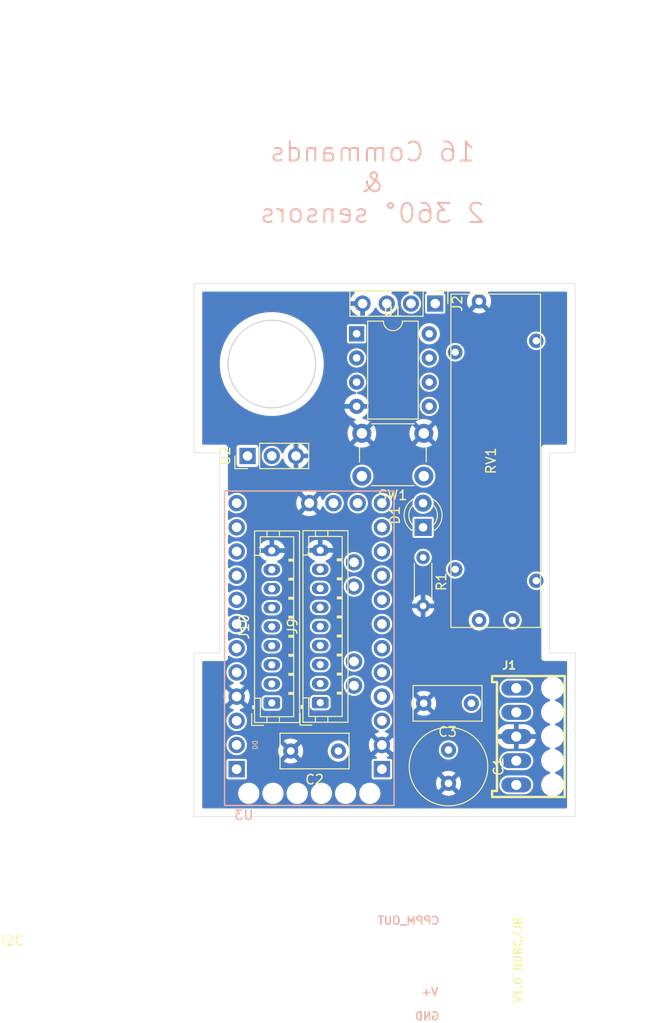
<source format=kicad_pcb>
(kicad_pcb (version 20221018) (generator pcbnew)
  (title_block (title "Encodeur BURC JR Format") (date "2022-08-12") (rev "v1.0") (company "@OpenAVRc"))
  (layers (0 "F.Cu" signal) (31 "B.Cu" signal) (34 "B.Paste" user) (35 "F.Paste" user) (36 "B.SilkS" user "B.Silkscreen") (37 "F.SilkS" user "F.Silkscreen") (38 "B.Mask" user) (39 "F.Mask" user) (44 "Edge.Cuts" user))
  (net 0 "")
  (net 1 "GND")
  (net 2 "/C1")
  (net 3 "/C2")
  (net 4 "/C3")
  (net 5 "/C4")
  (net 6 "/C5")
  (net 7 "/C6")
  (net 8 "/C7")
  (net 9 "/C8")
  (net 10 "/C9")
  (net 11 "/C10")
  (net 12 "/C11")
  (net 13 "/C12")
  (net 14 "/C13")
  (net 15 "/C14")
  (net 16 "/C15")
  (net 17 "/C16")
  (net 18 "+5V")
  (net 19 "Net-(D1-K)")
  (net 20 "Net-(D1-A)")
  (net 21 "/CPPM_OUT")
  (net 22 "/SDA")
  (net 23 "/SCL")
  (net 24 "+VDC")
  (net 26 "/OUT__SENSOR")
  (net 27 "Net-(U1-XTAL2{slash}PB4)")
  (net 32 "/CPPM_IN")
  (footprint "Capacitor_THT:C_Radial_D8.0mm_H7.0mm_P3.50mm" (layer "F.Cu") (at 156.7 125 -90)
    (fp_text reference "C1" (at 1.75 -5.25 90) (layer "F.SilkS"))
    (fp_text value "10uF/16v")
    (fp_circle (center 1.75 0) (end 5.87 0) (stroke (width 0.12)) (fill none) (layer "F.SilkS"))
    (pad "1" thru_hole circle (at 0 0 270) (size 1.6 1.6) (drill 0.8) (layers "*.Cu" "*.Mask") (net 24 "+VDC"))
    (pad "2" thru_hole circle (at 3.5 0 270) (size 1.6 1.6) (drill 0.8) (layers "*.Cu" "*.Mask") (net 1 "GND"))
  )
  (footprint "BURC_Encoder_JRFormat_FootPrints:PTA2043-2015CPB103" (layer "F.Cu") (at 161.655 94.63 90)
    (fp_text reference "RV1" (at 0 -0.5 90 unlocked) (layer "F.SilkS"))
    (fp_text value "10K")
    (fp_line (start -17.5 -4.7) (end 17.5 -4.7) (stroke (width 0.12)) (layer "F.SilkS"))
    (fp_line (start -17.5 4.7) (end -17.5 -4.7) (stroke (width 0.12)) (layer "F.SilkS"))
    (fp_line (start 17.5 -4.7) (end 17.5 4.7) (stroke (width 0.12)) (layer "F.SilkS"))
    (fp_line (start 17.5 4.7) (end -17.5 4.7) (stroke (width 0.12)) (layer "F.SilkS"))
    (pad "1" thru_hole circle (at -16.75 -1.75 90) (size 1.524 1.524) (drill 0.762) (layers "*.Cu" "*.Mask") (net 18 "+5V"))
    (pad "2" thru_hole circle (at -16.75 1.75 90) (size 1.524 1.524) (drill 0.762) (layers "*.Cu" "*.Mask") (net 26 "/OUT__SENSOR"))
    (pad "3" thru_hole circle (at 16.75 -1.75 90) (size 1.524 1.524) (drill 0.762) (layers "*.Cu" "*.Mask") (net 1 "GND"))
    (pad "4" thru_hole circle (at -11.4 -4.25 90) (size 1.524 1.524) (drill 0.762) (layers "*.Cu" "*.Mask"))
    (pad "5" thru_hole circle (at 11.4 -4.25 90) (size 1.524 1.524) (drill 0.762) (layers "*.Cu" "*.Mask"))
    (pad "6" thru_hole circle (at -12.6 4.25 90) (size 1.524 1.524) (drill 0.762) (layers "*.Cu" "*.Mask"))
    (pad "7" thru_hole circle (at 12.6 4.25 90) (size 1.524 1.524) (drill 0.762) (layers "*.Cu" "*.Mask"))
  )
  (footprint "Connector_PinHeader_2.54mm:PinHeader_1x04_P2.54mm_Vertical" (layer "F.Cu") (at 155.305 78.12 -90)
    (fp_text reference "J2" (at 0 -2.33 90) (layer "F.SilkS"))
    (fp_text value "I2C_INPUT")
    (fp_line (start -1.33 -1.33) (end 0 -1.33) (stroke (width 0.12)) (layer "F.SilkS"))
    (fp_line (start -1.33 0) (end -1.33 -1.33) (stroke (width 0.12)) (layer "F.SilkS"))
    (fp_line (start -1.33 1.27) (end -1.33 8.95) (stroke (width 0.12)) (layer "F.SilkS"))
    (fp_line (start -1.33 1.27) (end 1.33 1.27) (stroke (width 0.12)) (layer "F.SilkS"))
    (fp_line (start -1.33 8.95) (end 1.33 8.95) (stroke (width 0.12)) (layer "F.SilkS"))
    (fp_line (start 1.33 1.27) (end 1.33 8.95) (stroke (width 0.12)) (layer "F.SilkS"))
    (pad "1" thru_hole rect (at 0 0 270) (size 1.7 1.7) (drill 1) (layers "*.Cu" "*.Mask") (net 22 "/SDA"))
    (pad "2" thru_hole oval (at 0 2.54 270) (size 1.7 1.7) (drill 1) (layers "*.Cu" "*.Mask") (net 23 "/SCL"))
    (pad "3" thru_hole oval (at 0 5.08 270) (size 1.7 1.7) (drill 1) (layers "*.Cu" "*.Mask") (net 18 "+5V"))
    (pad "4" thru_hole oval (at 0 7.62 270) (size 1.7 1.7) (drill 1) (layers "*.Cu" "*.Mask") (net 1 "GND"))
  )
  (footprint "BURC_Encoder_JRFormat_FootPrints:4455-B05" (layer "F.Cu") (at 163.814 123.586 -90)
    (fp_text reference "J1" (at -6.985 1.5875) (layer "F.SilkS") (effects (font (size 0.83312 0.83312) (thickness 0.18288)) (justify left bottom)))
    (fp_text value "JR_EXTERNAL_BOX")
    (fp_line (start -6.35 -5.08) (end -6.35 2.54) (stroke (width 0.254)) (layer "F.SilkS"))
    (fp_line (start -6.35 2.54) (end -5.715 2.54) (stroke (width 0.254)) (layer "F.SilkS"))
    (fp_line (start -5.715 2.032) (end 5.715 2.032) (stroke (width 0.254)) (layer "F.SilkS"))
    (fp_line (start -5.715 2.54) (end -5.715 2.032) (stroke (width 0.254)) (layer "F.SilkS"))
    (fp_line (start 5.715 2.032) (end 5.715 2.54) (stroke (width 0.254)) (layer "F.SilkS"))
    (fp_line (start 5.715 2.54) (end 6.35 2.54) (stroke (width 0.254)) (layer "F.SilkS"))
    (fp_line (start 6.35 -5.08) (end -6.35 -5.08) (stroke (width 0.254)) (layer "F.SilkS"))
    (fp_line (start 6.35 2.54) (end 6.35 -5.08) (stroke (width 0.254)) (layer "F.SilkS"))
    (pad "" np_thru_hole circle (at -5.08 -3.81 270) (size 1.778 1.778) (drill 1.778) (layers "*.Cu" "*.Mask"))
    (pad "" np_thru_hole circle (at -2.54 -3.81 270) (size 1.778 1.778) (drill 1.778) (layers "*.Cu" "*.Mask"))
    (pad "" np_thru_hole circle (at 0 -3.81 270) (size 1.778 1.778) (drill 1.778) (layers "*.Cu" "*.Mask"))
    (pad "" np_thru_hole circle (at 2.54 -3.81 270) (size 1.778 1.778) (drill 1.778) (layers "*.Cu" "*.Mask"))
    (pad "" np_thru_hole circle (at 5.08 -3.81 270) (size 1.778 1.778) (drill 1.778) (layers "*.Cu" "*.Mask"))
    (pad "1" thru_hole oval (at -5.08 0) (size 3.1336 1.5668) (drill 1.0668) (layers "*.Cu" "*.Mask") (net 21 "/CPPM_OUT"))
    (pad "2" thru_hole oval (at -2.54 0) (size 3.1336 1.5668) (drill 1.0668) (layers "*.Cu" "*.Mask"))
    (pad "3" thru_hole oval (at 0 0) (size 3.1336 1.5668) (drill 1.0668) (layers "*.Cu" "*.Mask") (net 1 "GND"))
    (pad "4" thru_hole oval (at 2.54 0) (size 3.1336 1.5668) (drill 1.0668) (layers "*.Cu" "*.Mask") (net 24 "+VDC"))
    (pad "5" thru_hole oval (at 5.08 0) (size 3.1336 1.5668) (drill 1.0668) (layers "*.Cu" "*.Mask"))
  )
  (footprint "Button_Switch_THT:SW_PUSH_6mm_H4.3mm" (layer "F.Cu") (at 154.11 96.245 180)
    (fp_text reference "SW1" (at 3.25 -2) (layer "F.SilkS"))
    (fp_text value "SW_Push")
    (fp_line (start -0.25 1.5) (end -0.25 3) (stroke (width 0.12)) (layer "F.SilkS"))
    (fp_line (start 1 5.5) (end 5.5 5.5) (stroke (width 0.12)) (layer "F.SilkS"))
    (fp_line (start 5.5 -1) (end 1 -1) (stroke (width 0.12)) (layer "F.SilkS"))
    (fp_line (start 6.75 3) (end 6.75 1.5) (stroke (width 0.12)) (layer "F.SilkS"))
    (pad "1" thru_hole circle (at 0 0 270) (size 2 2) (drill 1.1) (layers "*.Cu" "*.Mask") (net 22 "/SDA"))
    (pad "1" thru_hole circle (at 6.5 0 270) (size 2 2) (drill 1.1) (layers "*.Cu" "*.Mask") (net 22 "/SDA"))
    (pad "2" thru_hole circle (at 0 4.5 270) (size 2 2) (drill 1.1) (layers "*.Cu" "*.Mask") (net 1 "GND"))
    (pad "2" thru_hole circle (at 6.5 4.5 270) (size 2 2) (drill 1.1) (layers "*.Cu" "*.Mask") (net 1 "GND"))
  )
  (footprint "LED_THT:LED_D3.0mm" (layer "F.Cu") (at 154.035 101.62 90)
    (fp_text reference "D1" (at 1.27 -2.96 90) (layer "F.SilkS"))
    (fp_text value "RED")
    (fp_line (start -0.29 -1.236) (end -0.29 -1.08) (stroke (width 0.12)) (layer "F.SilkS"))
    (fp_line (start -0.29 1.08) (end -0.29 1.236) (stroke (width 0.12)) (layer "F.SilkS"))
    (fp_arc (start -0.29 -1.235516) (mid 1.366487 -1.987659) (end 2.942335 -1.078608) (stroke (width 0.12)) (layer "F.SilkS"))
    (fp_arc (start 0.229039 -1.08) (mid 1.270117 -1.5) (end 2.31113 -1.079837) (stroke (width 0.12)) (layer "F.SilkS"))
    (fp_arc (start 2.31113 1.079837) (mid 1.270117 1.5) (end 0.229039 1.08) (stroke (width 0.12)) (layer "F.SilkS"))
    (fp_arc (start 2.942335 1.078608) (mid 1.366487 1.987659) (end -0.29 1.235516) (stroke (width 0.12)) (layer "F.SilkS"))
    (pad "1" thru_hole rect (at 0 0 90) (size 1.8 1.8) (drill 0.9) (layers "*.Cu" "*.Mask") (net 19 "Net-(D1-K)"))
    (pad "2" thru_hole circle (at 2.54 0 90) (size 1.8 1.8) (drill 0.9) (layers "*.Cu" "*.Mask") (net 20 "Net-(D1-A)"))
  )
  (footprint "Capacitor_THT:C_Rect_L7.0mm_W3.5mm_P5.00mm" (layer "F.Cu") (at 145.145 125.11 180)
    (fp_text reference "C2" (at 2.5 -3) (layer "F.SilkS"))
    (fp_text value "100nF")
    (fp_line (start -1.12 -1.87) (end -1.12 1.87) (stroke (width 0.12)) (layer "F.SilkS"))
    (fp_line (start -1.12 -1.87) (end 6.12 -1.87) (stroke (width 0.12)) (layer "F.SilkS"))
    (fp_line (start -1.12 1.87) (end 6.12 1.87) (stroke (width 0.12)) (layer "F.SilkS"))
    (fp_line (start 6.12 -1.87) (end 6.12 1.87) (stroke (width 0.12)) (layer "F.SilkS"))
    (pad "1" thru_hole circle (at 0 0 180) (size 1.6 1.6) (drill 0.8) (layers "*.Cu" "*.Mask") (net 18 "+5V"))
    (pad "2" thru_hole circle (at 5 0 180) (size 1.6 1.6) (drill 0.8) (layers "*.Cu" "*.Mask") (net 1 "GND"))
  )
  (footprint "Resistor_THT:R_Axial_DIN0204_L3.6mm_D1.6mm_P5.08mm_Horizontal" (layer "F.Cu") (at 154.035 104.79 -90)
    (fp_text reference "R1" (at 2.54 -1.92 90) (layer "F.SilkS"))
    (fp_text value "680")
    (fp_line (start 0.62 -0.92) (end 4.46 -0.92) (stroke (width 0.12)) (layer "F.SilkS"))
    (fp_line (start 0.62 0.92) (end 4.46 0.92) (stroke (width 0.12)) (layer "F.SilkS"))
    (pad "1" thru_hole circle (at 0 0 270) (size 1.4 1.4) (drill 0.7) (layers "*.Cu" "*.Mask") (net 19 "Net-(D1-K)"))
    (pad "2" thru_hole oval (at 5.08 0 270) (size 1.4 1.4) (drill 0.7) (layers "*.Cu" "*.Mask") (net 1 "GND"))
  )
  (footprint "Package_DIP:DIP-8_W7.62mm" (layer "F.Cu") (at 147.06 81.295)
    (fp_text reference "U1" (at 3.81 -2.33) (layer "F.SilkS"))
    (fp_text value "ATtiny85_16MHZ")
    (fp_line (start 1.16 -1.33) (end 1.16 8.95) (stroke (width 0.12)) (layer "F.SilkS"))
    (fp_line (start 1.16 8.95) (end 6.46 8.95) (stroke (width 0.12)) (layer "F.SilkS"))
    (fp_line (start 2.81 -1.33) (end 1.16 -1.33) (stroke (width 0.12)) (layer "F.SilkS"))
    (fp_line (start 6.46 -1.33) (end 4.81 -1.33) (stroke (width 0.12)) (layer "F.SilkS"))
    (fp_line (start 6.46 8.95) (end 6.46 -1.33) (stroke (width 0.12)) (layer "F.SilkS"))
    (fp_arc (start 4.81 -1.33) (mid 3.81 -0.33) (end 2.81 -1.33) (stroke (width 0.12)) (layer "F.SilkS"))
    (pad "1" thru_hole rect (at 0 0) (size 1.6 1.6) (drill 0.8) (layers "*.Cu" "*.Mask"))
    (pad "2" thru_hole oval (at 0 2.54) (size 1.6 1.6) (drill 0.8) (layers "*.Cu" "*.Mask") (net 26 "/OUT__SENSOR"))
    (pad "3" thru_hole oval (at 0 5.08) (size 1.6 1.6) (drill 0.8) (layers "*.Cu" "*.Mask") (net 27 "Net-(U1-XTAL2{slash}PB4)"))
    (pad "4" thru_hole oval (at 0 7.62) (size 1.6 1.6) (drill 0.8) (layers "*.Cu" "*.Mask") (net 1 "GND"))
    (pad "5" thru_hole oval (at 7.62 7.62) (size 1.6 1.6) (drill 0.8) (layers "*.Cu" "*.Mask") (net 22 "/SDA"))
    (pad "6" thru_hole oval (at 7.62 5.08) (size 1.6 1.6) (drill 0.8) (layers "*.Cu" "*.Mask") (net 20 "Net-(D1-A)"))
    (pad "7" thru_hole oval (at 7.62 2.54) (size 1.6 1.6) (drill 0.8) (layers "*.Cu" "*.Mask") (net 23 "/SCL"))
    (pad "8" thru_hole oval (at 7.62 0) (size 1.6 1.6) (drill 0.8) (layers "*.Cu" "*.Mask") (net 18 "+5V"))
  )
  (footprint "Connector_JST:JST_PH_B9B-PH-K_1x09_P2.00mm_Vertical" (layer "F.Cu") (at 143.24 120.03 90)
    (fp_text reference "J9" (at 8 -2.9 90) (layer "F.SilkS"))
    (fp_text value "Conn_ButtonsLeft")
    (fp_line (start -2.36 -2.11) (end -2.36 -0.86) (stroke (width 0.12)) (layer "F.SilkS"))
    (fp_line (start -2.06 -1.81) (end -2.06 2.91) (stroke (width 0.12)) (layer "F.SilkS"))
    (fp_line (start -2.06 -0.5) (end -1.45 -0.5) (stroke (width 0.12)) (layer "F.SilkS"))
    (fp_line (start -2.06 0.8) (end -1.45 0.8) (stroke (width 0.12)) (layer "F.SilkS"))
    (fp_line (start -2.06 2.91) (end 18.06 2.91) (stroke (width 0.12)) (layer "F.SilkS"))
    (fp_line (start -1.45 -1.2) (end -1.45 2.3) (stroke (width 0.12)) (layer "F.SilkS"))
    (fp_line (start -1.45 2.3) (end 17.45 2.3) (stroke (width 0.12)) (layer "F.SilkS"))
    (fp_line (start -1.11 -2.11) (end -2.36 -2.11) (stroke (width 0.12)) (layer "F.SilkS"))
    (fp_line (start -0.6 -2.01) (end -0.6 -1.81) (stroke (width 0.12)) (layer "F.SilkS"))
    (fp_line (start -0.3 -2.01) (end -0.6 -2.01) (stroke (width 0.12)) (layer "F.SilkS"))
    (fp_line (start -0.3 -1.91) (end -0.6 -1.91) (stroke (width 0.12)) (layer "F.SilkS"))
    (fp_line (start -0.3 -1.81) (end -0.3 -2.01) (stroke (width 0.12)) (layer "F.SilkS"))
    (fp_line (start 0.5 -1.81) (end 0.5 -1.2) (stroke (width 0.12)) (layer "F.SilkS"))
    (fp_line (start 0.5 -1.2) (end -1.45 -1.2) (stroke (width 0.12)) (layer "F.SilkS"))
    (fp_line (start 0.9 1.8) (end 1.1 1.8) (stroke (width 0.12)) (layer "F.SilkS"))
    (fp_line (start 0.9 2.3) (end 0.9 1.8) (stroke (width 0.12)) (layer "F.SilkS"))
    (fp_line (start 1 2.3) (end 1 1.8) (stroke (width 0.12)) (layer "F.SilkS"))
    (fp_line (start 1.1 1.8) (end 1.1 2.3) (stroke (width 0.12)) (layer "F.SilkS"))
    (fp_line (start 2.9 1.8) (end 3.1 1.8) (stroke (width 0.12)) (layer "F.SilkS"))
    (fp_line (start 2.9 2.3) (end 2.9 1.8) (stroke (width 0.12)) (layer "F.SilkS"))
    (fp_line (start 3 2.3) (end 3 1.8) (stroke (width 0.12)) (layer "F.SilkS"))
    (fp_line (start 3.1 1.8) (end 3.1 2.3) (stroke (width 0.12)) (layer "F.SilkS"))
    (fp_line (start 4.9 1.8) (end 5.1 1.8) (stroke (width 0.12)) (layer "F.SilkS"))
    (fp_line (start 4.9 2.3) (end 4.9 1.8) (stroke (width 0.12)) (layer "F.SilkS"))
    (fp_line (start 5 2.3) (end 5 1.8) (stroke (width 0.12)) (layer "F.SilkS"))
    (fp_line (start 5.1 1.8) (end 5.1 2.3) (stroke (width 0.12)) (layer "F.SilkS"))
    (fp_line (start 6.9 1.8) (end 7.1 1.8) (stroke (width 0.12)) (layer "F.SilkS"))
    (fp_line (start 6.9 2.3) (end 6.9 1.8) (stroke (width 0.12)) (layer "F.SilkS"))
    (fp_line (start 7 2.3) (end 7 1.8) (stroke (width 0.12)) (layer "F.SilkS"))
    (fp_line (start 7.1 1.8) (end 7.1 2.3) (stroke (width 0.12)) (layer "F.SilkS"))
    (fp_line (start 8.9 1.8) (end 9.1 1.8) (stroke (width 0.12)) (layer "F.SilkS"))
    (fp_line (start 8.9 2.3) (end 8.9 1.8) (stroke (width 0.12)) (layer "F.SilkS"))
    (fp_line (start 9 2.3) (end 9 1.8) (stroke (width 0.12)) (layer "F.SilkS"))
    (fp_line (start 9.1 1.8) (end 9.1 2.3) (stroke (width 0.12)) (layer "F.SilkS"))
    (fp_line (start 10.9 1.8) (end 11.1 1.8) (stroke (width 0.12)) (layer "F.SilkS"))
    (fp_line (start 10.9 2.3) (end 10.9 1.8) (stroke (width 0.12)) (layer "F.SilkS"))
    (fp_line (start 11 2.3) (end 11 1.8) (stroke (width 0.12)) (layer "F.SilkS"))
    (fp_line (start 11.1 1.8) (end 11.1 2.3) (stroke (width 0.12)) (layer "F.SilkS"))
    (fp_line (start 12.9 1.8) (end 13.1 1.8) (stroke (width 0.12)) (layer "F.SilkS"))
    (fp_line (start 12.9 2.3) (end 12.9 1.8) (stroke (width 0.12)) (layer "F.SilkS"))
    (fp_line (start 13 2.3) (end 13 1.8) (stroke (width 0.12)) (layer "F.SilkS"))
    (fp_line (start 13.1 1.8) (end 13.1 2.3) (stroke (width 0.12)) (layer "F.SilkS"))
    (fp_line (start 14.9 1.8) (end 15.1 1.8) (stroke (width 0.12)) (layer "F.SilkS"))
    (fp_line (start 14.9 2.3) (end 14.9 1.8) (stroke (width 0.12)) (layer "F.SilkS"))
    (fp_line (start 15 2.3) (end 15 1.8) (stroke (width 0.12)) (layer "F.SilkS"))
    (fp_line (start 15.1 1.8) (end 15.1 2.3) (stroke (width 0.12)) (layer "F.SilkS"))
    (fp_line (start 15.5 -1.2) (end 15.5 -1.81) (stroke (width 0.12)) (layer "F.SilkS"))
    (fp_line (start 17.45 -1.2) (end 15.5 -1.2) (stroke (width 0.12)) (layer "F.SilkS"))
    (fp_line (start 17.45 2.3) (end 17.45 -1.2) (stroke (width 0.12)) (layer "F.SilkS"))
    (fp_line (start 18.06 -1.81) (end -2.06 -1.81) (stroke (width 0.12)) (layer "F.SilkS"))
    (fp_line (start 18.06 -0.5) (end 17.45 -0.5) (stroke (width 0.12)) (layer "F.SilkS"))
    (fp_line (start 18.06 0.8) (end 17.45 0.8) (stroke (width 0.12)) (layer "F.SilkS"))
    (fp_line (start 18.06 2.91) (end 18.06 -1.81) (stroke (width 0.12)) (layer "F.SilkS"))
    (pad "1" thru_hole roundrect (at 0 0 90) (size 1.2 1.75) (drill 0.75) (layers "*.Cu" "*.Mask") (roundrect_rratio 0.208333) (net 17 "/C16"))
    (pad "2" thru_hole oval (at 2 0 90) (size 1.2 1.75) (drill 0.75) (layers "*.Cu" "*.Mask") (net 16 "/C15"))
    (pad "3" thru_hole oval (at 4 0 90) (size 1.2 1.75) (drill 0.75) (layers "*.Cu" "*.Mask") (net 15 "/C14"))
    (pad "4" thru_hole oval (at 6 0 90) (size 1.2 1.75) (drill 0.75) (layers "*.Cu" "*.Mask") (net 14 "/C13"))
    (pad "5" thru_hole oval (at 8 0 90) (size 1.2 1.75) (drill 0.75) (layers "*.Cu" "*.Mask") (net 13 "/C12"))
    (pad "6" thru_hole oval (at 10 0 90) (size 1.2 1.75) (drill 0.75) (layers "*.Cu" "*.Mask") (net 12 "/C11"))
    (pad "7" thru_hole oval (at 12 0 90) (size 1.2 1.75) (drill 0.75) (layers "*.Cu" "*.Mask") (net 11 "/C10"))
    (pad "8" thru_hole oval (at 14 0 90) (size 1.2 1.75) (drill 0.75) (layers "*.Cu" "*.Mask") (net 10 "/C9"))
    (pad "9" thru_hole oval (at 16 0 90) (size 1.2 1.75) (drill 0.75) (layers "*.Cu" "*.Mask") (net 1 "GND"))
  )
  (footprint "BURC_Encoder_JRFormat_FootPrints:p3015_v1_cw360" (layer "F.Cu") (at 138.16 84.47 90)
    (fp_text reference "U2" (at -9.652 -4.87 90) (layer "F.SilkS"))
    (fp_text value "p3015_v1_cw360")
    (fp_line (start -10.982 -3.87) (end -9.652 -3.87) (stroke (width 0.12)) (layer "F.SilkS"))
    (fp_line (start -10.982 -2.54) (end -10.982 -3.87) (stroke (width 0.12)) (layer "F.SilkS"))
    (fp_line (start -10.982 -1.27) (end -10.982 3.87) (stroke (width 0.12)) (layer "F.SilkS"))
    (fp_line (start -10.982 -1.27) (end -8.322 -1.27) (stroke (width 0.12)) (layer "F.SilkS"))
    (fp_line (start -10.982 3.87) (end -8.322 3.87) (stroke (width 0.12)) (layer "F.SilkS"))
    (fp_line (start -8.322 -1.27) (end -8.322 3.87) (stroke (width 0.12)) (layer "F.SilkS"))
    (fp_circle (center 0 0) (end 4.572 -0.508) (stroke (width 0.12)) (fill none) (layer "Edge.Cuts"))
    (pad "1" thru_hole rect (at -9.652 -2.54 90) (size 1.7 1.7) (drill 1) (layers "*.Cu" "*.Mask") (net 18 "+5V"))
    (pad "2" thru_hole oval (at -9.652 0 90) (size 1.7 1.7) (drill 1) (layers "*.Cu" "*.Mask") (net 27 "Net-(U1-XTAL2{slash}PB4)"))
    (pad "3" thru_hole oval (at -9.652 2.54 90) (size 1.7 1.7) (drill 1) (layers "*.Cu" "*.Mask") (net 1 "GND"))
  )
  (footprint "Connector_JST:JST_PH_B9B-PH-K_1x09_P2.00mm_Vertical" (layer "F.Cu") (at 138.16 120.06 90)
    (fp_text reference "J10" (at 8 -2.9 90) (layer "F.SilkS"))
    (fp_text value "Conn_ButtonsRight")
    (fp_line (start -2.36 -2.11) (end -2.36 -0.86) (stroke (width 0.12)) (layer "F.SilkS"))
    (fp_line (start -2.06 -1.81) (end -2.06 2.91) (stroke (width 0.12)) (layer "F.SilkS"))
    (fp_line (start -2.06 -0.5) (end -1.45 -0.5) (stroke (width 0.12)) (layer "F.SilkS"))
    (fp_line (start -2.06 0.8) (end -1.45 0.8) (stroke (width 0.12)) (layer "F.SilkS"))
    (fp_line (start -2.06 2.91) (end 18.06 2.91) (stroke (width 0.12)) (layer "F.SilkS"))
    (fp_line (start -1.45 -1.2) (end -1.45 2.3) (stroke (width 0.12)) (layer "F.SilkS"))
    (fp_line (start -1.45 2.3) (end 17.45 2.3) (stroke (width 0.12)) (layer "F.SilkS"))
    (fp_line (start -1.11 -2.11) (end -2.36 -2.11) (stroke (width 0.12)) (layer "F.SilkS"))
    (fp_line (start -0.6 -2.01) (end -0.6 -1.81) (stroke (width 0.12)) (layer "F.SilkS"))
    (fp_line (start -0.3 -2.01) (end -0.6 -2.01) (stroke (width 0.12)) (layer "F.SilkS"))
    (fp_line (start -0.3 -1.91) (end -0.6 -1.91) (stroke (width 0.12)) (layer "F.SilkS"))
    (fp_line (start -0.3 -1.81) (end -0.3 -2.01) (stroke (width 0.12)) (layer "F.SilkS"))
    (fp_line (start 0.5 -1.81) (end 0.5 -1.2) (stroke (width 0.12)) (layer "F.SilkS"))
    (fp_line (start 0.5 -1.2) (end -1.45 -1.2) (stroke (width 0.12)) (layer "F.SilkS"))
    (fp_line (start 0.9 1.8) (end 1.1 1.8) (stroke (width 0.12)) (layer "F.SilkS"))
    (fp_line (start 0.9 2.3) (end 0.9 1.8) (stroke (width 0.12)) (layer "F.SilkS"))
    (fp_line (start 1 2.3) (end 1 1.8) (stroke (width 0.12)) (layer "F.SilkS"))
    (fp_line (start 1.1 1.8) (end 1.1 2.3) (stroke (width 0.12)) (layer "F.SilkS"))
    (fp_line (start 2.9 1.8) (end 3.1 1.8) (stroke (width 0.12)) (layer "F.SilkS"))
    (fp_line (start 2.9 2.3) (end 2.9 1.8) (stroke (width 0.12)) (layer "F.SilkS"))
    (fp_line (start 3 2.3) (end 3 1.8) (stroke (width 0.12)) (layer "F.SilkS"))
    (fp_line (start 3.1 1.8) (end 3.1 2.3) (stroke (width 0.12)) (layer "F.SilkS"))
    (fp_line (start 4.9 1.8) (end 5.1 1.8) (stroke (width 0.12)) (layer "F.SilkS"))
    (fp_line (start 4.9 2.3) (end 4.9 1.8) (stroke (width 0.12)) (layer "F.SilkS"))
    (fp_line (start 5 2.3) (end 5 1.8) (stroke (width 0.12)) (layer "F.SilkS"))
    (fp_line (start 5.1 1.8) (end 5.1 2.3) (stroke (width 0.12)) (layer "F.SilkS"))
    (fp_line (start 6.9 1.8) (end 7.1 1.8) (stroke (width 0.12)) (layer "F.SilkS"))
    (fp_line (start 6.9 2.3) (end 6.9 1.8) (stroke (width 0.12)) (layer "F.SilkS"))
    (fp_line (start 7 2.3) (end 7 1.8) (stroke (width 0.12)) (layer "F.SilkS"))
    (fp_line (start 7.1 1.8) (end 7.1 2.3) (stroke (width 0.12)) (layer "F.SilkS"))
    (fp_line (start 8.9 1.8) (end 9.1 1.8) (stroke (width 0.12)) (layer "F.SilkS"))
    (fp_line (start 8.9 2.3) (end 8.9 1.8) (stroke (width 0.12)) (layer "F.SilkS"))
    (fp_line (start 9 2.3) (end 9 1.8) (stroke (width 0.12)) (layer "F.SilkS"))
    (fp_line (start 9.1 1.8) (end 9.1 2.3) (stroke (width 0.12)) (layer "F.SilkS"))
    (fp_line (start 10.9 1.8) (end 11.1 1.8) (stroke (width 0.12)) (layer "F.SilkS"))
    (fp_line (start 10.9 2.3) (end 10.9 1.8) (stroke (width 0.12)) (layer "F.SilkS"))
    (fp_line (start 11 2.3) (end 11 1.8) (stroke (width 0.12)) (layer "F.SilkS"))
    (fp_line (start 11.1 1.8) (end 11.1 2.3) (stroke (width 0.12)) (layer "F.SilkS"))
    (fp_line (start 12.9 1.8) (end 13.1 1.8) (stroke (width 0.12)) (layer "F.SilkS"))
    (fp_line (start 12.9 2.3) (end 12.9 1.8) (stroke (width 0.12)) (layer "F.SilkS"))
    (fp_line (start 13 2.3) (end 13 1.8) (stroke (width 0.12)) (layer "F.SilkS"))
    (fp_line (start 13.1 1.8) (end 13.1 2.3) (stroke (width 0.12)) (layer "F.SilkS"))
    (fp_line (start 14.9 1.8) (end 15.1 1.8) (stroke (width 0.12)) (layer "F.SilkS"))
    (fp_line (start 14.9 2.3) (end 14.9 1.8) (stroke (width 0.12)) (layer "F.SilkS"))
    (fp_line (start 15 2.3) (end 15 1.8) (stroke (width 0.12)) (layer "F.SilkS"))
    (fp_line (start 15.1 1.8) (end 15.1 2.3) (stroke (width 0.12)) (layer "F.SilkS"))
    (fp_line (start 15.5 -1.2) (end 15.5 -1.81) (stroke (width 0.12)) (layer "F.SilkS"))
    (fp_line (start 17.45 -1.2) (end 15.5 -1.2) (stroke (width 0.12)) (layer "F.SilkS"))
    (fp_line (start 17.45 2.3) (end 17.45 -1.2) (stroke (width 0.12)) (layer "F.SilkS"))
    (fp_line (start 18.06 -1.81) (end -2.06 -1.81) (stroke (width 0.12)) (layer "F.SilkS"))
    (fp_line (start 18.06 -0.5) (end 17.45 -0.5) (stroke (width 0.12)) (layer "F.SilkS"))
    (fp_line (start 18.06 0.8) (end 17.45 0.8) (stroke (width 0.12)) (layer "F.SilkS"))
    (fp_line (start 18.06 2.91) (end 18.06 -1.81) (stroke (width 0.12)) (layer "F.SilkS"))
    (pad "1" thru_hole roundrect (at 0 0 90) (size 1.2 1.75) (drill 0.75) (layers "*.Cu" "*.Mask") (roundrect_rratio 0.208333) (net 2 "/C1"))
    (pad "2" thru_hole oval (at 2 0 90) (size 1.2 1.75) (drill 0.75) (layers "*.Cu" "*.Mask") (net 3 "/C2"))
    (pad "3" thru_hole oval (at 4 0 90) (size 1.2 1.75) (drill 0.75) (layers "*.Cu" "*.Mask") (net 4 "/C3"))
    (pad "4" thru_hole oval (at 6 0 90) (size 1.2 1.75) (drill 0.75) (layers "*.Cu" "*.Mask") (net 5 "/C4"))
    (pad "5" thru_hole oval (at 8 0 90) (size 1.2 1.75) (drill 0.75) (layers "*.Cu" "*.Mask") (net 6 "/C5"))
    (pad "6" thru_hole oval (at 10 0 90) (size 1.2 1.75) (drill 0.75) (layers "*.Cu" "*.Mask") (net 7 "/C6"))
    (pad "7" thru_hole oval (at 12 0 90) (size 1.2 1.75) (drill 0.75) (layers "*.Cu" "*.Mask") (net 8 "/C7"))
    (pad "8" thru_hole oval (at 14 0 90) (size 1.2 1.75) (drill 0.75) (layers "*.Cu" "*.Mask") (net 9 "/C8"))
    (pad "9" thru_hole oval (at 16 0 90) (size 1.2 1.75) (drill 0.75) (layers "*.Cu" "*.Mask") (net 1 "GND"))
  )
  (footprint "Capacitor_THT:C_Rect_L7.0mm_W3.5mm_P5.00mm" (layer "F.Cu") (at 159.1 120.1 180)
    (fp_text reference "C3" (at 2.5 -3) (layer "F.SilkS"))
    (fp_text value "100nF")
    (fp_line (start -1.12 -1.87) (end -1.12 1.87) (stroke (width 0.12)) (layer "F.SilkS"))
    (fp_line (start -1.12 -1.87) (end 6.12 -1.87) (stroke (width 0.12)) (layer "F.SilkS"))
    (fp_line (start -1.12 1.87) (end 6.12 1.87) (stroke (width 0.12)) (layer "F.SilkS"))
    (fp_line (start 6.12 -1.87) (end 6.12 1.87) (stroke (width 0.12)) (layer "F.SilkS"))
    (pad "1" thru_hole circle (at 0 0 180) (size 1.6 1.6) (drill 0.8) (layers "*.Cu" "*.Mask") (net 24 "+VDC"))
    (pad "2" thru_hole circle (at 5 0 180) (size 1.6 1.6) (drill 0.8) (layers "*.Cu" "*.Mask") (net 1 "GND"))
  )
  (footprint "BURC_Encoder_JRFormat_FootPrints:Arduino_Pro_Mini_Socket_NoSPH_BURC" (layer "B.Cu") (at 142.0941 114.315)
    (fp_text reference "U3" (at -6.858 17.526) (layer "B.SilkS") (effects (justify mirror)))
    (fp_text value "Arduino_Pro_Mini_Socket_NoSPH_BURC")
    (fp_text user "D0" (at -5.715 10.16 270 unlocked) (layer "B.SilkS") (effects (font (size 0.5 0.5) (thickness 0.075)) (justify mirror)))
    (fp_text user "D0" (at -5.715 10.16 270 unlocked) (layer "F.SilkS") (effects (font (size 0.5 0.5) (thickness 0.075))))
    (fp_line (start -8.89 16.51) (end -8.89 -16.51) (stroke (width 0.15)) (layer "B.SilkS"))
    (fp_line (start 8.89 -16.51) (end -8.89 -16.51) (stroke (width 0.15)) (layer "B.SilkS"))
    (fp_line (start 8.89 16.51) (end -8.89 16.51) (stroke (width 0.15)) (layer "B.SilkS"))
    (fp_line (start 8.89 16.51) (end 8.89 -16.51) (stroke (width 0.15)) (layer "B.SilkS"))
    (pad "" np_thru_hole circle (at -6.35 15.24) (size 1.8 1.8) (drill 1.8) (layers "F&B.Cu" "*.Mask"))
    (pad "" np_thru_hole circle (at -3.81 15.24) (size 1.8 1.8) (drill 1.8) (layers "F&B.Cu" "*.Mask"))
    (pad "" np_thru_hole circle (at -1.27 15.24) (size 1.8 1.8) (drill 1.8) (layers "F&B.Cu" "*.Mask"))
    (pad "" np_thru_hole circle (at 1.27 15.24) (size 1.8 1.8) (drill 1.8) (layers "F&B.Cu" "*.Mask"))
    (pad "" np_thru_hole circle (at 3.81 15.24) (size 1.8 1.8) (drill 1.8) (layers "F&B.Cu" "*.Mask"))
    (pad "" np_thru_hole circle (at 6.35 15.24) (size 1.8 1.8) (drill 1.8) (layers "F&B.Cu" "*.Mask"))
    (pad "A0" thru_hole circle (at 7.62 -5.08) (size 1.7272 1.7272) (drill 1.016) (layers "*.Cu" "*.Mask") (net 12 "/C11"))
    (pad "A1" thru_hole circle (at 7.62 -2.54) (size 1.7272 1.7272) (drill 1.016) (layers "*.Cu" "*.Mask") (net 13 "/C12"))
    (pad "A2" thru_hole circle (at 7.62 0) (size 1.7272 1.7272) (drill 1.016) (layers "*.Cu" "*.Mask") (net 14 "/C13"))
    (pad "A3" thru_hole circle (at 7.62 2.54) (size 1.7272 1.7272) (drill 1.016) (layers "*.Cu" "*.Mask") (net 15 "/C14"))
    (pad "A4" thru_hole circle (at 4.6941 1.3894) (size 1.7272 1.7272) (drill 1.016) (layers "*.Cu" "*.Mask") (net 22 "/SDA"))
    (pad "A5" thru_hole circle (at 4.6941 3.9294) (size 1.7272 1.7272) (drill 1.016) (layers "*.Cu" "*.Mask") (net 23 "/SCL"))
    (pad "A6" thru_hole circle (at 2.54 -15.24) (size 1.7272 1.7272) (drill 1.016) (layers "*.Cu" "*.Mask") (net 16 "/C15"))
    (pad "A6" thru_hole circle (at 4.6941 -9.0246) (size 1.7272 1.7272) (drill 1.016) (layers "*.Cu" "*.Mask") (net 16 "/C15"))
    (pad "A7" thru_hole circle (at 4.6941 -6.484) (size 1.7272 1.7272) (drill 1.016) (layers "*.Cu" "*.Mask") (net 17 "/C16"))
    (pad "A7" thru_hole circle (at 5.08 -15.24) (size 1.7272 1.7272) (drill 1.016) (layers "*.Cu" "*.Mask") (net 17 "/C16"))
    (pad "D0" thru_hole circle (at -7.62 10.16) (size 1.7272 1.7272) (drill 1.016) (layers "*.Cu" "*.Mask"))
    (pad "D1" thru_hole rect (at -7.62 12.7) (size 1.7272 1.7272) (drill 1.016) (layers "*.Cu" "*.Mask"))
    (pad "D2" thru_hole circle (at -7.62 2.54) (size 1.7272 1.7272) (drill 1.016) (layers "*.Cu" "*.Mask") (net 2 "/C1"))
    (pad "D3" thru_hole circle (at -7.62 0) (size 1.7272 1.7272) (drill 1.016) (layers "*.Cu" "*.Mask") (net 3 "/C2"))
    (pad "D4" thru_hole circle (at -7.62 -2.54) (size 1.7272 1.7272) (drill 1.016) (layers "*.Cu" "*.Mask") (net 4 "/C3"))
    (pad "D5" thru_hole circle (at -7.62 -5.08) (size 1.7272 1.7272) (drill 1.016) (layers "*.Cu" "*.Mask") (net 5 "/C4"))
    (pad "D6" thru_hole circle (at -7.62 -7.62) (size 1.7272 1.7272) (drill 1.016) (layers "*.Cu" "*.Mask") (net 6 "/C5"))
    (pad "D7" thru_hole circle (at -7.62 -10.16) (size 1.7272 1.7272) (drill 1.016) (layers "*.Cu" "*.Mask") (net 7 "/C6"))
    (pad "D8" thru_hole circle (at -7.62 -12.7) (size 1.7272 1.7272) (drill 1.016) (layers "*.Cu" "*.Mask") (net 21 "/CPPM_OUT"))
    (pad "D9" thru_hole circle (at -7.62 -15.24) (size 1.7272 1.7272) (drill 1.016) (layers "*.Cu" "*.Mask") (net 32 "/CPPM_IN"))
    (pad "D10" thru_hole circle (at 7.62 -15.24) (size 1.7272 1.7272) (drill 1.016) (layers "*.Cu" "*.Mask") (net 8 "/C7"))
    (pad "D11" thru_hole circle (at 7.62 -12.7) (size 1.7272 1.7272) (drill 1.016) (layers "*.Cu" "*.Mask") (net 9 "/C8"))
    (pad "D12" thru_hole circle (at 7.62 -10.16) (size 1.7272 1.7272) (drill 1.016) (layers "*.Cu" "*.Mask") (net 10 "/C9"))
    (pad "D13" thru_hole circle (at 7.62 -7.62) (size 1.7272 1.7272) (drill 1.016) (layers "*.Cu" "*.Mask") (net 11 "/C10"))
    (pad "GND1" thru_hole circle (at -7.62 5.08) (size 1.7272 1.7272) (drill 1.016) (layers "*.Cu" "*.Mask") (net 1 "GND"))
    (pad "GND2" thru_hole circle (at 0 -15.24) (size 1.7272 1.7272) (drill 1.016) (layers "*.Cu" "*.Mask") (net 1 "GND"))
    (pad "GND2" thru_hole circle (at 7.62 10.16) (size 1.7272 1.7272) (drill 1.016) (layers "*.Cu" "*.Mask") (net 1 "GND"))
    (pad "RAW" thru_hole rect (at 7.62 12.7) (size 1.7272 1.7272) (drill 1.016) (layers "*.Cu" "*.Mask") (net 24 "+VDC"))
    (pad "RST1" thru_hole circle (at -7.62 7.62) (size 1.7272 1.7272) (drill 1.016) (layers "*.Cu" "*.Mask"))
    (pad "RST2" thru_hole circle (at 7.62 7.62) (size 1.7272 1.7272) (drill 1.016) (layers "*.Cu" "*.Mask"))
    (pad "Vcc1" thru_hole circle (at 7.62 5.08) (size 1.7272 1.7272) (drill 1.016) (layers "*.Cu" "*.Mask") (net 18 "+5V"))
  )
  (gr_line (start 132.7 93.8) (end 130 93.8) (stroke (width 0.05)) (layer "Edge.Cuts"))
  (gr_line (start 170 114.8) (end 167.3 114.8) (stroke (width 0.05)) (layer "Edge.Cuts"))
  (gr_line (start 167.3 114.8) (end 167.3 93.8) (stroke (width 0.05)) (layer "Edge.Cuts"))
  (gr_line (start 130 114.8) (end 130 132) (stroke (width 0.05)) (layer "Edge.Cuts"))
  (gr_line (start 130 114.8) (end 132.7 114.8) (stroke (width 0.05)) (layer "Edge.Cuts"))
  (gr_line (start 130 132) (end 170 132) (stroke (width 0.05)) (layer "Edge.Cuts"))
  (gr_line (start 170 132) (end 170 114.8) (stroke (width 0.05)) (layer "Edge.Cuts"))
  (gr_line (start 167.3 93.8) (end 170 93.8) (stroke (width 0.05)) (layer "Edge.Cuts"))
  (gr_line (start 130 76) (end 130 93.8) (stroke (width 0.05)) (layer "Edge.Cuts"))
  (gr_line (start 170 76) (end 130 76) (stroke (width 0.05)) (layer "Edge.Cuts"))
  (gr_line (start 132.7 114.8) (end 132.7 93.8) (stroke (width 0.05)) (layer "Edge.Cuts"))
  (gr_line (start 170 93.8) (end 170 76) (stroke (width 0.05)) (layer "Edge.Cuts"))
  (gr_text "GND" (at 155.844779 153.438468) (layer "B.SilkS") (effects (font (size 0.83 0.83) (thickness 0.17)) (justify left bottom mirror)))
  (gr_text "CPPM_OUT" (at 155.844779 143.405468) (layer "B.SilkS") (effects (font (size 0.83 0.83) (thickness 0.17)) (justify left bottom mirror)))
  (gr_text "16 Commands\n&\n2 360° sensors" (at 148.717 65.405) (layer "B.SilkS") (effects (font (size 2 2) (thickness 0.21)) (justify mirror)))
  (gr_text "V+" (at 155.717779 150.898468) (layer "B.SilkS") (effects (font (size 0.83 0.83) (thickness 0.17)) (justify left bottom mirror)))
  (gr_text "I2C" (at 110.983 145.022) (layer "F.SilkS") (effects (font (size 1 1))))
  (gr_text "V1.0 BURC/JR" (at 164.480779 151.660468 90) (layer "F.SilkS") (effects (font (size 0.83 0.83) (thickness 0.17)) (justify left bottom)))
  (zone (net 1) (net_name "GND") (layer "B.Cu") (connect_pads (clearance 0.21)) (min_thickness 0.25) (fill yes (thermal_gap 0.5) (thermal_bridge_width 0.5))
    (polygon (pts (xy 130.5 131.5) (xy 169.5 131.5) (xy 169.5 115.3) (xy 166.8 115.3) (xy 166.8 93.3) (xy 169.5 93.3) (xy 169.5 76.5) (xy 130.5 76.5) (xy 130.5 93.3) (xy 133.2 93.3) (xy 133.2 115.3) (xy 130.5 115.3)))
  )
)
</source>
